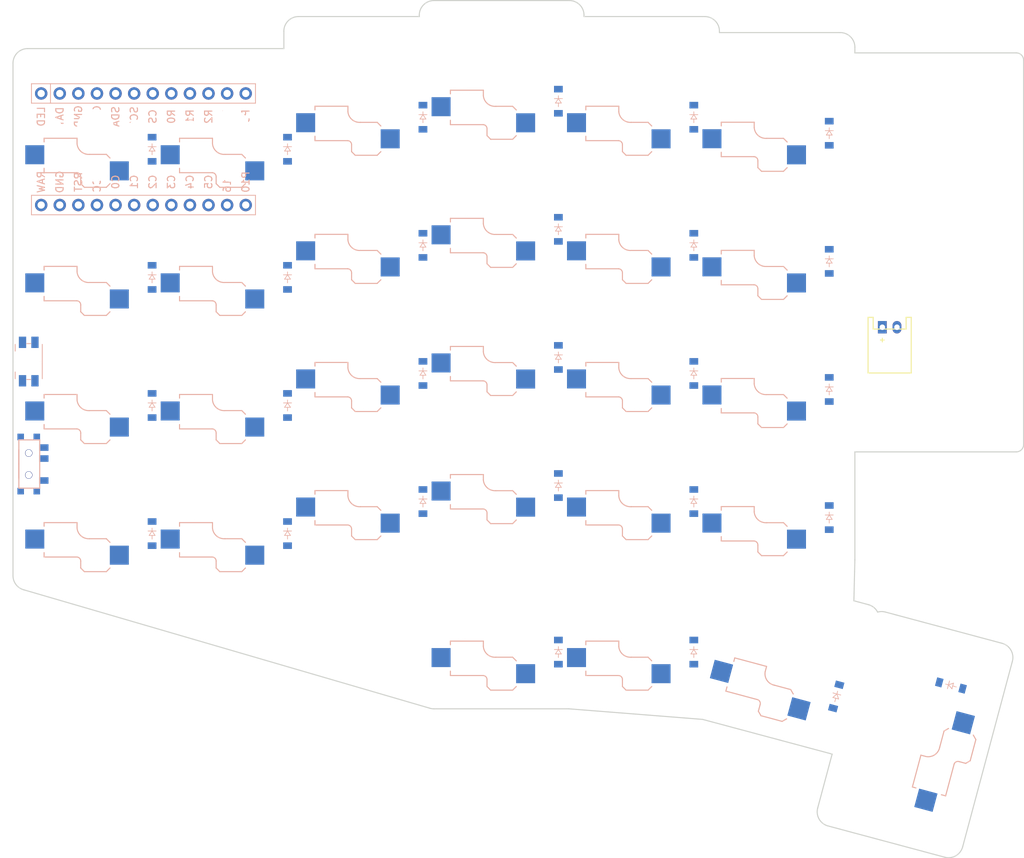
<source format=kicad_pcb>
(kicad_pcb (version 20240108) (generator "ergogen") (generator_version "4.1.0")
  (title_block (title "souffle_left") (date "2025-02-14") (rev "0.1") (company "Felipe Coury"))
  (layers (0 "F.Cu" signal) (31 "B.Cu" signal) (34 "B.Paste" user) (35 "F.Paste" user) (36 "B.SilkS" user "B.Silkscreen") (37 "F.SilkS" user "F.Silkscreen") (38 "B.Mask" user) (39 "F.Mask" user) (44 "Edge.Cuts" user))
  (net 0 "")
  (net 1 "C0")
  (net 2 "outer_bottom")
  (net 3 "GND")
  (net 4 "D1")
  (net 5 "D2")
  (net 6 "outer_home")
  (net 7 "outer_top")
  (net 8 "outer_number")
  (net 9 "C1")
  (net 10 "pinky_bottom")
  (net 11 "pinky_home")
  (net 12 "pinky_top")
  (net 13 "pinky_number")
  (net 14 "C2")
  (net 15 "ring_bottom")
  (net 16 "ring_home")
  (net 17 "ring_top")
  (net 18 "ring_number")
  (net 19 "C3")
  (net 20 "middle_bottom")
  (net 21 "middle_home")
  (net 22 "middle_top")
  (net 23 "middle_number")
  (net 24 "C4")
  (net 25 "index_bottom")
  (net 26 "index_home")
  (net 27 "index_top")
  (net 28 "index_number")
  (net 29 "C5")
  (net 30 "inner_bottom")
  (net 31 "inner_home")
  (net 32 "inner_top")
  (net 33 "inner_number")
  (net 34 "inward_home")
  (net 35 "outward_home")
  (net 36 "small_thumbkey_home")
  (net 37 "thumbkey_home")
  (net 38 "R3")
  (net 39 "R2")
  (net 40 "R1")
  (net 41 "R0")
  (net 42 "R4")
  (net 43 "pos")
  (net 44 "RST")
  (net 45 "RAW")
  (net 46 "VCC")
  (net 47 "P16")
  (net 48 "P10")
  (net 49 "LED")
  (net 50 "DAT")
  (net 51 "SDA")
  (net 52 "SCL")
  (net 53 "CS")
  (net 54 "P9")
  (net 55 "P101")
  (net 56 "P102")
  (net 57 "P107")
  (net 58 "MCU1_24")
  (net 59 "MCU1_1")
  (net 60 "MCU1_23")
  (net 61 "MCU1_2")
  (net 62 "MCU1_22")
  (net 63 "MCU1_3")
  (net 64 "MCU1_21")
  (net 65 "MCU1_4")
  (net 66 "MCU1_20")
  (net 67 "MCU1_5")
  (net 68 "MCU1_19")
  (net 69 "MCU1_6")
  (net 70 "MCU1_18")
  (net 71 "MCU1_7")
  (net 72 "MCU1_17")
  (net 73 "MCU1_8")
  (net 74 "MCU1_16")
  (net 75 "MCU1_9")
  (net 76 "MCU1_15")
  (net 77 "MCU1_10")
  (net 78 "MCU1_14")
  (net 79 "MCU1_11")
  (net 80 "MCU1_13")
  (net 81 "MCU1_12")
  (footprint "ceoloide:switch_choc_v1_v2" (layer "B.Cu") (at 100 100 180)
    (property "Reference" "S1" hide)
    (pad "" np_thru_hole circle (at 0 0 180) (size 5 5) (drill 5) (layers "*.Cu" "*.Mask"))
    (pad "" np_thru_hole circle (at 5.5 0 180) (size 1.9 1.9) (drill 1.9) (layers "*.Cu" "*.Mask"))
    (pad "" np_thru_hole circle (at -5.5 0 180) (size 1.9 1.9) (drill 1.9) (layers "*.Cu" "*.Mask"))
    (pad "" np_thru_hole circle (at 0 -5.95 180) (size 3 3) (drill 3) (layers "*.Cu" "*.Mask"))
    (pad "1" smd rect (at -3.275 -5.95 180) (size 2.6 2.6) (layers "B.Cu" "B.Paste" "B.Mask") (net 1 "C0"))
    (pad "2" smd rect (at 8.275 -3.75 180) (size 2.6 2.6) (layers "B.Cu" "B.Paste" "B.Mask") (net 2 "outer_bottom"))
    (pad "" np_thru_hole circle (at 5 -3.75 375) (size 3 3) (drill 3) (layers "*.Cu" "*.Mask"))
  )
  (footprint "ceoloide:switch_choc_v1_v2" (layer "B.Cu") (at 100 82.5 180)
    (property "Reference" "S2" hide)
    (pad "" np_thru_hole circle (at 0 0 180) (size 5 5) (drill 5) (layers "*.Cu" "*.Mask"))
    (pad "" np_thru_hole circle (at 5.5 0 180) (size 1.9 1.9) (drill 1.9) (layers "*.Cu" "*.Mask"))
    (pad "" np_thru_hole circle (at -5.5 0 180) (size 1.9 1.9) (drill 1.9) (layers "*.Cu" "*.Mask"))
    (pad "" np_thru_hole circle (at 0 -5.95 180) (size 3 3) (drill 3) (layers "*.Cu" "*.Mask"))
    (pad "1" smd rect (at -3.275 -5.95 180) (size 2.6 2.6) (layers "B.Cu" "B.Paste" "B.Mask") (net 1 "C0"))
    (pad "2" smd rect (at 8.275 -3.75 180) (size 2.6 2.6) (layers "B.Cu" "B.Paste" "B.Mask") (net 6 "outer_home"))
    (pad "" np_thru_hole circle (at 5 -3.75 375) (size 3 3) (drill 3) (layers "*.Cu" "*.Mask"))
  )
  (footprint "ceoloide:switch_choc_v1_v2" (layer "B.Cu") (at 100 65 180)
    (property "Reference" "S3" hide)
    (pad "" np_thru_hole circle (at 0 0 180) (size 5 5) (drill 5) (layers "*.Cu" "*.Mask"))
    (pad "" np_thru_hole circle (at 5.5 0 180) (size 1.9 1.9) (drill 1.9) (layers "*.Cu" "*.Mask"))
    (pad "" np_thru_hole circle (at -5.5 0 180) (size 1.9 1.9) (drill 1.9) (layers "*.Cu" "*.Mask"))
    (pad "" np_thru_hole circle (at 0 -5.95 180) (size 3 3) (drill 3) (layers "*.Cu" "*.Mask"))
    (pad "1" smd rect (at -3.275 -5.95 180) (size 2.6 2.6) (layers "B.Cu" "B.Paste" "B.Mask") (net 1 "C0"))
    (pad "2" smd rect (at 8.275 -3.75 180) (size 2.6 2.6) (layers "B.Cu" "B.Paste" "B.Mask") (net 7 "outer_top"))
    (pad "" np_thru_hole circle (at 5 -3.75 375) (size 3 3) (drill 3) (layers "*.Cu" "*.Mask"))
  )
  (footprint "ceoloide:switch_choc_v1_v2" (layer "B.Cu") (at 100 47.5 180)
    (property "Reference" "S4" hide)
    (pad "" np_thru_hole circle (at 0 0 180) (size 5 5) (drill 5) (layers "*.Cu" "*.Mask"))
    (pad "" np_thru_hole circle (at 5.5 0 180) (size 1.9 1.9) (drill 1.9) (layers "*.Cu" "*.Mask"))
    (pad "" np_thru_hole circle (at -5.5 0 180) (size 1.9 1.9) (drill 1.9) (layers "*.Cu" "*.Mask"))
    (pad "" np_thru_hole circle (at 0 -5.95 180) (size 3 3) (drill 3) (layers "*.Cu" "*.Mask"))
    (pad "1" smd rect (at -3.275 -5.95 180) (size 2.6 2.6) (layers "B.Cu" "B.Paste" "B.Mask") (net 1 "C0"))
    (pad "2" smd rect (at 8.275 -3.75 180) (size 2.6 2.6) (layers "B.Cu" "B.Paste" "B.Mask") (net 8 "outer_number"))
    (pad "" np_thru_hole circle (at 5 -3.75 375) (size 3 3) (drill 3) (layers "*.Cu" "*.Mask"))
  )
  (footprint "ceoloide:switch_choc_v1_v2" (layer "B.Cu") (at 118.5 100 180)
    (property "Reference" "S5" hide)
    (pad "" np_thru_hole circle (at 0 0 180) (size 5 5) (drill 5) (layers "*.Cu" "*.Mask"))
    (pad "" np_thru_hole circle (at 5.5 0 180) (size 1.9 1.9) (drill 1.9) (layers "*.Cu" "*.Mask"))
    (pad "" np_thru_hole circle (at -5.5 0 180) (size 1.9 1.9) (drill 1.9) (layers "*.Cu" "*.Mask"))
    (pad "" np_thru_hole circle (at 0 -5.95 180) (size 3 3) (drill 3) (layers "*.Cu" "*.Mask"))
    (pad "1" smd rect (at -3.275 -5.95 180) (size 2.6 2.6) (layers "B.Cu" "B.Paste" "B.Mask") (net 9 "C1"))
    (pad "2" smd rect (at 8.275 -3.75 180) (size 2.6 2.6) (layers "B.Cu" "B.Paste" "B.Mask") (net 10 "pinky_bottom"))
    (pad "" np_thru_hole circle (at 5 -3.75 375) (size 3 3) (drill 3) (layers "*.Cu" "*.Mask"))
  )
  (footprint "ceoloide:switch_choc_v1_v2" (layer "B.Cu") (at 118.5 82.5 180)
    (property "Reference" "S6" hide)
    (pad "" np_thru_hole circle (at 0 0 180) (size 5 5) (drill 5) (layers "*.Cu" "*.Mask"))
    (pad "" np_thru_hole circle (at 5.5 0 180) (size 1.9 1.9) (drill 1.9) (layers "*.Cu" "*.Mask"))
    (pad "" np_thru_hole circle (at -5.5 0 180) (size 1.9 1.9) (drill 1.9) (layers "*.Cu" "*.Mask"))
    (pad "" np_thru_hole circle (at 0 -5.95 180) (size 3 3) (drill 3) (layers "*.Cu" "*.Mask"))
    (pad "1" smd rect (at -3.275 -5.95 180) (size 2.6 2.6) (layers "B.Cu" "B.Paste" "B.Mask") (net 9 "C1"))
    (pad "2" smd rect (at 8.275 -3.75 180) (size 2.6 2.6) (layers "B.Cu" "B.Paste" "B.Mask") (net 11 "pinky_home"))
    (pad "" np_thru_hole circle (at 5 -3.75 375) (size 3 3) (drill 3) (layers "*.Cu" "*.Mask"))
  )
  (footprint "ceoloide:switch_choc_v1_v2" (layer "B.Cu") (at 118.5 65 180)
    (property "Reference" "S7" hide)
    (pad "" np_thru_hole circle (at 0 0 180) (size 5 5) (drill 5) (layers "*.Cu" "*.Mask"))
    (pad "" np_thru_hole circle (at 5.5 0 180) (size 1.9 1.9) (drill 1.9) (layers "*.Cu" "*.Mask"))
    (pad "" np_thru_hole circle (at -5.5 0 180) (size 1.9 1.9) (drill 1.9) (layers "*.Cu" "*.Mask"))
    (pad "" np_thru_hole circle (at 0 -5.95 180) (size 3 3) (drill 3) (layers "*.Cu" "*.Mask"))
    (pad "1" smd rect (at -3.275 -5.95 180) (size 2.6 2.6) (layers "B.Cu" "B.Paste" "B.Mask") (net 9 "C1"))
    (pad "2" smd rect (at 8.275 -3.75 180) (size 2.6 2.6) (layers "B.Cu" "B.Paste" "B.Mask") (net 12 "pinky_top"))
    (pad "" np_thru_hole circle (at 5 -3.75 375) (size 3 3) (drill 3) (layers "*.Cu" "*.Mask"))
  )
  (footprint "ceoloide:switch_choc_v1_v2" (layer "B.Cu") (at 118.5 47.5 180)
    (property "Reference" "S8" hide)
    (pad "" np_thru_hole circle (at 0 0 180) (size 5 5) (drill 5) (layers "*.Cu" "*.Mask"))
    (pad "" np_thru_hole circle (at 5.5 0 180) (size 1.9 1.9) (drill 1.9) (layers "*.Cu" "*.Mask"))
    (pad "" np_thru_hole circle (at -5.5 0 180) (size 1.9 1.9) (drill 1.9) (layers "*.Cu" "*.Mask"))
    (pad "" np_thru_hole circle (at 0 -5.95 180) (size 3 3) (drill 3) (layers "*.Cu" "*.Mask"))
    (pad "1" smd rect (at -3.275 -5.95 180) (size 2.6 2.6) (layers "B.Cu" "B.Paste" "B.Mask") (net 9 "C1"))
    (pad "2" smd rect (at 8.275 -3.75 180) (size 2.6 2.6) (layers "B.Cu" "B.Paste" "B.Mask") (net 13 "pinky_number"))
    (pad "" np_thru_hole circle (at 5 -3.75 375) (size 3 3) (drill 3) (layers "*.Cu" "*.Mask"))
  )
  (footprint "ceoloide:switch_choc_v1_v2" (layer "B.Cu") (at 137 95.625 180)
    (property "Reference" "S9" hide)
    (pad "" np_thru_hole circle (at 0 0 180) (size 5 5) (drill 5) (layers "*.Cu" "*.Mask"))
    (pad "" np_thru_hole circle (at 5.5 0 180) (size 1.9 1.9) (drill 1.9) (layers "*.Cu" "*.Mask"))
    (pad "" np_thru_hole circle (at -5.5 0 180) (size 1.9 1.9) (drill 1.9) (layers "*.Cu" "*.Mask"))
    (pad "" np_thru_hole circle (at 0 -5.95 180) (size 3 3) (drill 3) (layers "*.Cu" "*.Mask"))
    (pad "1" smd rect (at -3.275 -5.95 180) (size 2.6 2.6) (layers "B.Cu" "B.Paste" "B.Mask") (net 14 "C2"))
    (pad "2" smd rect (at 8.275 -3.75 180) (size 2.6 2.6) (layers "B.Cu" "B.Paste" "B.Mask") (net 15 "ring_bottom"))
    (pad "" np_thru_hole circle (at 5 -3.75 375) (size 3 3) (drill 3) (layers "*.Cu" "*.Mask"))
  )
  (footprint "ceoloide:switch_choc_v1_v2" (layer "B.Cu") (at 137 78.125 180)
    (property "Reference" "S10" hide)
    (pad "" np_thru_hole circle (at 0 0 180) (size 5 5) (drill 5) (layers "*.Cu" "*.Mask"))
    (pad "" np_thru_hole circle (at 5.5 0 180) (size 1.9 1.9) (drill 1.9) (layers "*.Cu" "*.Mask"))
    (pad "" np_thru_hole circle (at -5.5 0 180) (size 1.9 1.9) (drill 1.9) (layers "*.Cu" "*.Mask"))
    (pad "" np_thru_hole circle (at 0 -5.95 180) (size 3 3) (drill 3) (layers "*.Cu" "*.Mask"))
    (pad "1" smd rect (at -3.275 -5.95 180) (size 2.6 2.6) (layers "B.Cu" "B.Paste" "B.Mask") (net 14 "C2"))
    (pad "2" smd rect (at 8.275 -3.75 180) (size 2.6 2.6) (layers "B.Cu" "B.Paste" "B.Mask") (net 16 "ring_home"))
    (pad "" np_thru_hole circle (at 5 -3.75 375) (size 3 3) (drill 3) (layers "*.Cu" "*.Mask"))
  )
  (footprint "ceoloide:switch_choc_v1_v2" (layer "B.Cu") (at 137 60.625 180)
    (property "Reference" "S11" hide)
    (pad "" np_thru_hole circle (at 0 0 180) (size 5 5) (drill 5) (layers "*.Cu" "*.Mask"))
    (pad "" np_thru_hole circle (at 5.5 0 180) (size 1.9 1.9) (drill 1.9) (layers "*.Cu" "*.Mask"))
    (pad "" np_thru_hole circle (at -5.5 0 180) (size 1.9 1.9) (drill 1.9) (layers "*.Cu" "*.Mask"))
    (pad "" np_thru_hole circle (at 0 -5.95 180) (size 3 3) (drill 3) (layers "*.Cu" "*.Mask"))
    (pad "1" smd rect (at -3.275 -5.95 180) (size 2.6 2.6) (layers "B.Cu" "B.Paste" "B.Mask") (net 14 "C2"))
    (pad "2" smd rect (at 8.275 -3.75 180) (size 2.6 2.6) (layers "B.Cu" "B.Paste" "B.Mask") (net 17 "ring_top"))
    (pad "" np_thru_hole circle (at 5 -3.75 375) (size 3 3) (drill 3) (layers "*.Cu" "*.Mask"))
  )
  (footprint "ceoloide:switch_choc_v1_v2" (layer "B.Cu") (at 137 43.125 180)
    (property "Reference" "S12" hide)
    (pad "" np_thru_hole circle (at 0 0 180) (size 5 5) (drill 5) (layers "*.Cu" "*.Mask"))
    (pad "" np_thru_hole circle (at 5.5 0 180) (size 1.9 1.9) (drill 1.9) (layers "*.Cu" "*.Mask"))
    (pad "" np_thru_hole circle (at -5.5 0 180) (size 1.9 1.9) (drill 1.9) (layers "*.Cu" "*.Mask"))
    (pad "" np_thru_hole circle (at 0 -5.95 180) (size 3 3) (drill 3) (layers "*.Cu" "*.Mask"))
    (pad "1" smd rect (at -3.275 -5.95 180) (size 2.6 2.6) (layers "B.Cu" "B.Paste" "B.Mask") (net 14 "C2"))
    (pad "2" smd rect (at 8.275 -3.75 180) (size 2.6 2.6) (layers "B.Cu" "B.Paste" "B.Mask") (net 18 "ring_number"))
    (pad "" np_thru_hole circle (at 5 -3.75 375) (size 3 3) (drill 3) (layers "*.Cu" "*.Mask"))
  )
  (footprint "ceoloide:switch_choc_v1_v2" (layer "B.Cu") (at 155.5 93.4375 180)
    (property "Reference" "S13" hide)
    (pad "" np_thru_hole circle (at 0 0 180) (size 5 5) (drill 5) (layers "*.Cu" "*.Mask"))
    (pad "" np_thru_hole circle (at 5.5 0 180) (size 1.9 1.9) (drill 1.9) (layers "*.Cu" "*.Mask"))
    (pad "" np_thru_hole circle (at -5.5 0 180) (size 1.9 1.9) (drill 1.9) (layers "*.Cu" "*.Mask"))
    (pad "" np_thru_hole circle (at 0 -5.95 180) (size 3 3) (drill 3) (layers "*.Cu" "*.Mask"))
    (pad "1" smd rect (at -3.275 -5.95 180) (size 2.6 2.6) (layers "B.Cu" "B.Paste" "B.Mask") (net 19 "C3"))
    (pad "2" smd rect (at 8.275 -3.75 180) (size 2.6 2.6) (layers "B.Cu" "B.Paste" "B.Mask") (net 20 "middle_bottom"))
    (pad "" np_thru_hole circle (at 5 -3.75 375) (size 3 3) (drill 3) (layers "*.Cu" "*.Mask"))
  )
  (footprint "ceoloide:switch_choc_v1_v2" (layer "B.Cu") (at 155.5 75.9375 180)
    (property "Reference" "S14" hide)
    (pad "" np_thru_hole circle (at 0 0 180) (size 5 5) (drill 5) (layers "*.Cu" "*.Mask"))
    (pad "" np_thru_hole circle (at 5.5 0 180) (size 1.9 1.9) (drill 1.9) (layers "*.Cu" "*.Mask"))
    (pad "" np_thru_hole circle (at -5.5 0 180) (size 1.9 1.9) (drill 1.9) (layers "*.Cu" "*.Mask"))
    (pad "" np_thru_hole circle (at 0 -5.95 180) (size 3 3) (drill 3) (layers "*.Cu" "*.Mask"))
    (pad "1" smd rect (at -3.275 -5.95 180) (size 2.6 2.6) (layers "B.Cu" "B.Paste" "B.Mask") (net 19 "C3"))
    (pad "2" smd rect (at 8.275 -3.75 180) (size 2.6 2.6) (layers "B.Cu" "B.Paste" "B.Mask") (net 21 "middle_home"))
    (pad "" np_thru_hole circle (at 5 -3.75 375) (size 3 3) (drill 3) (layers "*.Cu" "*.Mask"))
  )
  (footprint "ceoloide:switch_choc_v1_v2" (layer "B.Cu") (at 155.5 58.4375 180)
    (property "Reference" "S15" hide)
    (pad "" np_thru_hole circle (at 0 0 180) (size 5 5) (drill 5) (layers "*.Cu" "*.Mask"))
    (pad "" np_thru_hole circle (at 5.5 0 180) (size 1.9 1.9) (drill 1.9) (layers "*.Cu" "*.Mask"))
    (pad "" np_thru_hole circle (at -5.5 0 180) (size 1.9 1.9) (drill 1.9) (layers "*.Cu" "*.Mask"))
    (pad "" np_thru_hole circle (at 0 -5.95 180) (size 3 3) (drill 3) (layers "*.Cu" "*.Mask"))
    (pad "1" smd rect (at -3.275 -5.95 180) (size 2.6 2.6) (layers "B.Cu" "B.Paste" "B.Mask") (net 19 "C3"))
    (pad "2" smd rect (at 8.275 -3.75 180) (size 2.6 2.6) (layers "B.Cu" "B.Paste" "B.Mask") (net 22 "middle_top"))
    (pad "" np_thru_hole circle (at 5 -3.75 375) (size 3 3) (drill 3) (layers "*.Cu" "*.Mask"))
  )
  (footprint "ceoloide:switch_choc_v1_v2" (layer "B.Cu") (at 155.5 40.9375 180)
    (property "Reference" "S16" hide)
    (pad "" np_thru_hole circle (at 0 0 180) (size 5 5) (drill 5) (layers "*.Cu" "*.Mask"))
    (pad "" np_thru_hole circle (at 5.5 0 180) (size 1.9 1.9) (drill 1.9) (layers "*.Cu" "*.Mask"))
    (pad "" np_thru_hole circle (at -5.5 0 180) (size 1.9 1.9) (drill 1.9) (layers "*.Cu" "*.Mask"))
    (pad "" np_thru_hole circle (at 0 -5.95 180) (size 3 3) (drill 3) (layers "*.Cu" "*.Mask"))
    (pad "1" smd rect (at -3.275 -5.95 180) (size 2.6 2.6) (layers "B.Cu" "B.Paste" "B.Mask") (net 19 "C3"))
    (pad "2" smd rect (at 8.275 -3.75 180) (size 2.6 2.6) (layers "B.Cu" "B.Paste" "B.Mask") (net 23 "middle_number"))
    (pad "" np_thru_hole circle (at 5 -3.75 375) (size 3 3) (drill 3) (layers "*.Cu" "*.Mask"))
  )
  (footprint "ceoloide:switch_choc_v1_v2" (layer "B.Cu") (at 174 95.625 180)
    (property "Reference" "S17" hide)
    (pad "" np_thru_hole circle (at 0 0 180) (size 5 5) (drill 5) (layers "*.Cu" "*.Mask"))
    (pad "" np_thru_hole circle (at 5.5 0 180) (size 1.9 1.9) (drill 1.9) (layers "*.Cu" "*.Mask"))
    (pad "" np_thru_hole circle (at -5.5 0 180) (size 1.9 1.9) (drill 1.9) (layers "*.Cu" "*.Mask"))
    (pad "" np_thru_hole circle (at 0 -5.95 180) (size 3 3) (drill 3) (layers "*.Cu" "*.Mask"))
    (pad "1" smd rect (at -3.275 -5.95 180) (size 2.6 2.6) (layers "B.Cu" "B.Paste" "B.Mask") (net 24 "C4"))
    (pad "2" smd rect (at 8.275 -3.75 180) (size 2.6 2.6) (layers "B.Cu" "B.Paste" "B.Mask") (net 25 "index_bottom"))
    (pad "" np_thru_hole circle (at 5 -3.75 375) (size 3 3) (drill 3) (layers "*.Cu" "*.Mask"))
  )
  (footprint "ceoloide:switch_choc_v1_v2" (layer "B.Cu") (at 174 78.125 180)
    (property "Reference" "S18" hide)
    (pad "" np_thru_hole circle (at 0 0 180) (size 5 5) (drill 5) (layers "*.Cu" "*.Mask"))
    (pad "" np_thru_hole circle (at 5.5 0 180) (size 1.9 1.9) (drill 1.9) (layers "*.Cu" "*.Mask"))
    (pad "" np_thru_hole circle (at -5.5 0 180) (size 1.9 1.9) (drill 1.9) (layers "*.Cu" "*.Mask"))
    (pad "" np_thru_hole circle (at 0 -5.95 180) (size 3 3) (drill 3) (layers "*.Cu" "*.Mask"))
    (pad "1" smd rect (at -3.275 -5.95 180) (size 2.6 2.6) (layers "B.Cu" "B.Paste" "B.Mask") (net 24 "C4"))
    (pad "2" smd rect (at 8.275 -3.75 180) (size 2.6 2.6) (layers "B.Cu" "B.Paste" "B.Mask") (net 26 "index_home"))
    (pad "" np_thru_hole circle (at 5 -3.75 375) (size 3 3) (drill 3) (layers "*.Cu" "*.Mask"))
  )
  (footprint "ceoloide:switch_choc_v1_v2" (layer "B.Cu") (at 174 60.625 180)
    (property "Reference" "S19" hide)
    (pad "" np_thru_hole circle (at 0 0 180) (size 5 5) (drill 5) (layers "*.Cu" "*.Mask"))
    (pad "" np_thru_hole circle (at 5.5 0 180) (size 1.9 1.9) (drill 1.9) (layers "*.Cu" "*.Mask"))
    (pad "" np_thru_hole circle (at -5.5 0 180) (size 1.9 1.9) (drill 1.9) (layers "*.Cu" "*.Mask"))
    (pad "" np_thru_hole circle (at 0 -5.95 180) (size 3 3) (drill 3) (layers "*.Cu" "*.Mask"))
    (pad "1" smd rect (at -3.275 -5.95 180) (size 2.6 2.6) (layers "B.Cu" "B.Paste" "B.Mask") (net 24 "C4"))
    (pad "2" smd rect (at 8.275 -3.75 180) (size 2.6 2.6) (layers "B.Cu" "B.Paste" "B.Mask") (net 27 "index_top"))
    (pad "" np_thru_hole circle (at 5 -3.75 375) (size 3 3) (drill 3) (layers "*.Cu" "*.Mask"))
  )
  (footprint "ceoloide:switch_choc_v1_v2" (layer "B.Cu") (at 174 43.125 180)
    (property "Reference" "S20" hide)
    (pad "" np_thru_hole circle (at 0 0 180) (size 5 5) (drill 5) (layers "*.Cu" "*.Mask"))
    (pad "" np_thru_hole circle (at 5.5 0 180) (size 1.9 1.9) (drill 1.9) (layers "*.Cu" "*.Mask"))
    (pad "" np_thru_hole circle (at -5.5 0 180) (size 1.9 1.9) (drill 1.9) (layers "*.Cu" "*.Mask"))
    (pad "" np_thru_hole circle (at 0 -5.95 180) (size 3 3) (drill 3) (layers "*.Cu" "*.Mask"))
    (pad "1" smd rect (at -3.275 -5.95 180) (size 2.6 2.6) (layers "B.Cu" "B.Paste" "B.Mask") (net 24 "C4"))
    (pad "2" smd rect (at 8.275 -3.75 180) (size 2.6 2.6) (layers "B.Cu" "B.Paste" "B.Mask") (net 28 "index_number"))
    (pad "" np_thru_hole circle (at 5 -3.75 375) (size 3 3) (drill 3) (layers "*.Cu" "*.Mask"))
  )
  (footprint "ceoloide:switch_choc_v1_v2" (layer "B.Cu") (at 192.5 97.8125 180)
    (property "Reference" "S21" hide)
    (pad "" np_thru_hole circle (at 0 0 180) (size 5 5) (drill 5) (layers "*.Cu" "*.Mask"))
    (pad "" np_thru_hole circle (at 5.5 0 180) (size 1.9 1.9) (drill 1.9) (layers "*.Cu" "*.Mask"))
    (pad "" np_thru_hole circle (at -5.5 0 180) (size 1.9 1.9) (drill 1.9) (layers "*.Cu" "*.Mask"))
    (pad "" np_thru_hole circle (at 0 -5.95 180) (size 3 3) (drill 3) (layers "*.Cu" "*.Mask"))
    (pad "1" smd rect (at -3.275 -5.95 180) (size 2.6 2.6) (layers "B.Cu" "B.Paste" "B.Mask") (net 29 "C5"))
    (pad "2" smd rect (at 8.275 -3.75 180) (size 2.6 2.6) (layers "B.Cu" "B.Paste" "B.Mask") (net 30 "inner_bottom"))
    (pad "" np_thru_hole circle (at 5 -3.75 375) (size 3 3) (drill 3) (layers "*.Cu" "*.Mask"))
  )
  (footprint "ceoloide:switch_choc_v1_v2" (layer "B.Cu") (at 192.5 80.3125 180)
    (property "Reference" "S22" hide)
    (pad "" np_thru_hole circle (at 0 0 180) (size 5 5) (drill 5) (layers "*.Cu" "*.Mask"))
    (pad "" np_thru_hole circle (at 5.5 0 180) (size 1.9 1.9) (drill 1.9) (layers "*.Cu" "*.Mask"))
    (pad "" np_thru_hole circle (at -5.5 0 180) (size 1.9 1.9) (drill 1.9) (layers "*.Cu" "*.Mask"))
    (pad "" np_thru_hole circle (at 0 -5.95 180) (size 3 3) (drill 3) (layers "*.Cu" "*.Mask"))
    (pad "1" smd rect (at -3.275 -5.95 180) (size 2.6 2.6) (layers "B.Cu" "B.Paste" "B.Mask") (net 29 "C5"))
    (pad "2" smd rect (at 8.275 -3.75 180) (size 2.6 2.6) (layers "B.Cu" "B.Paste" "B.Mask") (net 31 "inner_home"))
    (pad "" np_thru_hole circle (at 5 -3.75 375) (size 3 3) (drill 3) (layers "*.Cu" "*.Mask"))
  )
  (footprint "ceoloide:switch_choc_v1_v2" (layer "B.Cu") (at 192.5 62.8125 180)
    (property "Reference" "S23" hide)
    (pad "" np_thru_hole circle (at 0 0 180) (size 5 5) (drill 5) (layers "*.Cu" "*.Mask"))
    (pad "" np_thru_hole circle (at 5.5 0 180) (size 1.9 1.9) (drill 1.9) (layers "*.Cu" "*.Mask"))
    (pad "" np_thru_hole circle (at -5.5 0 180) (size 1.9 1.9) (drill 1.9) (layers "*.Cu" "*.Mask"))
    (pad "" np_thru_hole circle (at 0 -5.95 180) (size 3 3) (drill 3) (layers "*.Cu" "*.Mask"))
    (pad "1" smd rect (at -3.275 -5.95 180) (size 2.6 2.6) (layers "B.Cu" "B.Paste" "B.Mask") (net 29 "C5"))
    (pad "2" smd rect (at 8.275 -3.75 180) (size 2.6 2.6) (layers "B.Cu" "B.Paste" "B.Mask") (net 32 "inner_top"))
    (pad "" np_thru_hole circle (at 5 -3.75 375) (size 3 3) (drill 3) (layers "*.Cu" "*.Mask"))
  )
  (footprint "ceoloide:switch_choc_v1_v2" (layer "B.Cu") (at 192.5 45.3125 180)
    (property "Reference" "S24" hide)
    (pad "" np_thru_hole circle (at 0 0 180) (size 5 5) (drill 5) (layers "*.Cu" "*.Mask"))
    (pad "" np_thru_hole circle (at 5.5 0 180) (size 1.9 1.9) (drill 1.9) (layers "*.Cu" "*.Mask"))
    (pad "" np_thru_hole circle (at -5.5 0 180) (size 1.9 1.9) (drill 1.9) (layers "*.Cu" "*.Mask"))
    (pad "" np_thru_hole circle (at 0 -5.95 180) (size 3 3) (drill 3) (layers "*.Cu" "*.Mask"))
    (pad "1" smd rect (at -3.275 -5.95 180) (size 2.6 2.6) (layers "B.Cu" "B.Paste" "B.Mask") (net 29 "C5"))
    (pad "2" smd rect (at 8.275 -3.75 180) (size 2.6 2.6) (layers "B.Cu" "B.Paste" "B.Mask") (net 33 "inner_number"))
    (pad "" np_thru_hole circle (at 5 -3.75 375) (size 3 3) (drill 3) (layers "*.Cu" "*.Mask"))
  )
  (footprint "ceoloide:switch_choc_v1_v2" (layer "B.Cu") (at 155.5 116.1875 180)
    (property "Reference" "S25" hide)
    (pad "" np_thru_hole circle (at 0 0 180) (size 5 5) (drill 5) (layers "*.Cu" "*.Mask"))
    (pad "" np_thru_hole circle (at 5.5 0 180) (size 1.9 1.9) (drill 1.9) (layers "*.Cu" "*.Mask"))
    (pad "" np_thru_hole circle (at -5.5 0 180) (size 1.9 1.9) (drill 1.9) (layers "*.Cu" "*.Mask"))
    (pad "" np_thru_hole circle (at 0 -5.95 180) (size 3 3) (drill 3) (layers "*.Cu" "*.Mask"))
    (pad "1" smd rect (at -3.275 -5.95 180) (size 2.6 2.6) (layers "B.Cu" "B.Paste" "B.Mask") (net 14 "C2"))
    (pad "2" smd rect (at 8.275 -3.75 180) (size 2.6 2.6) (layers "B.Cu" "B.Paste" "B.Mask") (net 34 "inward_home"))
    (pad "" np_thru_hole circle (at 5 -3.75 375) (size 3 3) (drill 3) (layers "*.Cu" "*.Mask"))
  )
  (footprint "ceoloide:switch_choc_v1_v2" (layer "B.Cu") (at 174 116.1875 180)
    (property "Reference" "S26" hide)
    (pad "" np_thru_hole circle (at 0 0 180) (size 5 5) (drill 5) (layers "*.Cu" "*.Mask"))
    (pad "" np_thru_hole circle (at 5.5 0 180) (size 1.9 1.9) (drill 1.9) (layers "*.Cu" "*.Mask"))
    (pad "" np_thru_hole circle (at -5.5 0 180) (size 1.9 1.9) (drill 1.9) (layers "*.Cu" "*.Mask"))
    (pad "" np_thru_hole circle (at 0 -5.95 180) (size 3 3) (drill 3) (layers "*.Cu" "*.Mask"))
    (pad "1" smd rect (at -3.275 -5.95 180) (size 2.6 2.6) (layers "B.Cu" "B.Paste" "B.Mask") (net 19 "C3"))
    (pad "2" smd rect (at 8.275 -3.75 180) (size 2.6 2.6) (layers "B.Cu" "B.Paste" "B.Mask") (net 35 "outward_home"))
    (pad "" np_thru_hole circle (at 5 -3.75 375) (size 3 3) (drill 3) (layers "*.Cu" "*.Mask"))
  )
  (footprint "ceoloide:switch_choc_v1_v2" (layer "B.Cu") (at 194.4919108 120.3446975 165)
    (property "Reference" "S27" hide)
    (pad "" np_thru_hole circle (at 0 0 165) (size 5 5) (drill 5) (layers "*.Cu" "*.Mask"))
    (pad "" np_thru_hole circle (at 5.5 0 165) (size 1.9 1.9) (drill 1.9) (layers "*.Cu" "*.Mask"))
    (pad "" np_thru_hole circle (at -5.5 0 165) (size 1.9 1.9) (drill 1.9) (layers "*.Cu" "*.Mask"))
    (pad "" np_thru_hole circle (at 0 -5.95 165) (size 3 3) (drill 3) (layers "*.Cu" "*.Mask"))
    (pad "1" smd rect (at -3.275 -5.95 165) (size 2.6 2.6) (layers "B.Cu" "B.Paste" "B.Mask") (net 24 "C4"))
    (pad "2" smd rect (at 8.275 -3.75 165) (size 2.6 2.6) (layers "B.Cu" "B.Paste" "B.Mask") (net 36 "small_thumbkey_home"))
    (pad "" np_thru_hole circle (at 5 -3.75 360) (size 3 3) (drill 3) (layers "*.Cu" "*.Mask"))
  )
  (footprint "ceoloide:switch_choc_v1_v2" (layer "B.Cu") (at 211.9686645 130.4627795 255)
    (property "Reference" "S28" hide)
    (pad "" np_thru_hole circle (at 0 0 255) (size 5 5) (drill 5) (layers "*.Cu" "*.Mask"))
    (pad "" np_thru_hole circle (at 5.5 0 255) (size 1.9 1.9) (drill 1.9) (layers "*.Cu" "*.Mask"))
    (pad "" np_thru_hole circle (at -5.5 0 255) (size 1.9 1.9) (drill 1.9) (layers "*.Cu" "*.Mask"))
    (pad "" np_thru_hole circle (at 0 -5.95 255) (size 3 3) (drill 3) (layers "*.Cu" "*.Mask"))
    (pad "1" smd rect (at -3.275 -5.95 255) (size 2.6 2.6) (layers "B.Cu" "B.Paste" "B.Mask") (net 29 "C5"))
    (pad "2" smd rect (at 8.275 -3.75 255) (size 2.6 2.6) (layers "B.Cu" "B.Paste" "B.Mask") (net 37 "thumbkey_home"))
    (pad "" np_thru_hole circle (at 5 -3.75 450) (size 3 3) (drill 3) (layers "*.Cu" "*.Mask"))
  )
  (footprint "ceoloide:diode_tht_sod123" (layer "B.Cu") (at 107.75 103 -90)
    (property "Reference" "D1" hide)
    (pad "2" smd rect (at 1.65 0 -90) (size 0.9 1.2) (layers "B.Cu" "B.Paste" "B.Mask") (net 2 "outer_bottom"))
    (pad "1" smd rect (at -1.65 0 -90) (size 0.9 1.2) (layers "B.Cu" "B.Paste" "B.Mask") (net 38 "R3"))
  )
  (footprint "ceoloide:diode_tht_sod123" (layer "B.Cu") (at 107.75 85.5 -90)
    (property "Reference" "D2" hide)
    (pad "2" smd rect (at 1.65 0 -90) (size 0.9 1.2) (layers "B.Cu" "B.Paste" "B.Mask") (net 6 "outer_home"))
    (pad "1" smd rect (at -1.65 0 -90) (size 0.9 1.2) (layers "B.Cu" "B.Paste" "B.Mask") (net 39 "R2"))
  )
  (footprint "ceoloide:diode_tht_sod123" (layer "B.Cu") (at 107.75 68 -90)
    (property "Reference" "D3" hide)
    (pad "2" smd rect (at 1.65 0 -90) (size 0.9 1.2) (layers "B.Cu" "B.Paste" "B.Mask") (net 7 "outer_top"))
    (pad "1" smd rect (at -1.65 0 -90) (size 0.9 1.2) (layers "B.Cu" "B.Paste" "B.Mask") (net 40 "R1"))
  )
  (footprint "ceoloide:diode_tht_sod123" (layer "B.Cu") (at 107.75 50.5 -90)
    (property "Reference" "D4" hide)
    (pad "2" smd rect (at 1.65 0 -90) (size 0.9 1.2) (layers "B.Cu" "B.Paste" "B.Mask") (net 8 "outer_number"))
    (pad "1" smd rect (at -1.65 0 -90) (size 0.9 1.2) (layers "B.Cu" "B.Paste" "B.Mask") (net 41 "R0"))
  )
  (footprint "ceoloide:diode_tht_sod123" (layer "B.Cu") (at 126.25 103 -90)
    (property "Reference" "D5" hide)
    (pad "2" smd rect (at 1.65 0 -90) (size 0.9 1.2) (layers "B.Cu" "B.Paste" "B.Mask") (net 10 "pinky_bottom"))
    (pad "1" smd rect (at -1.65 0 -90) (size 0.9 1.2) (layers "B.Cu" "B.Paste" "B.Mask") (net 38 "R3"))
  )
  (footprint "ceoloide:diode_tht_sod123" (layer "B.Cu") (at 126.25 85.5 -90)
    (property "Reference" "D6" hide)
    (pad "2" smd rect (at 1.65 0 -90) (size 0.9 1.2) (layers "B.Cu" "B.Paste" "B.Mask") (net 11 "pinky_home"))
    (pad "1" smd rect (at -1.65 0 -90) (size 0.9 1.2) (layers "B.Cu" "B.Paste" "B.Mask") (net 39 "R2"))
  )
  (footprint "ceoloide:diode_tht_sod123" (layer "B.Cu") (at 126.25 68 -90)
    (property "Reference" "D7" hide)
    (pad "2" smd rect (at 1.65 0 -90) (size 0.9 1.2) (layers "B.Cu" "B.Paste" "B.Mask") (net 12 "pinky_top"))
    (pad "1" smd rect (at -1.65 0 -90) (size 0.9 1.2) (layers "B.Cu" "B.Paste" "B.Mask") (net 40 "R1"))
  )
  (footprint "ceoloide:diode_tht_sod123" (layer "B.Cu") (at 126.25 50.5 -90)
    (property "Reference" "D8" hide)
    (pad "2" smd rect (at 1.65 0 -90) (size 0.9 1.2) (layers "B.Cu" "B.Paste" "B.Mask") (net 13 "pinky_number"))
    (pad "1" smd rect (at -1.65 0 -90) (size 0.9 1.2) (layers "B.Cu" "B.Paste" "B.Mask") (net 41 "R0"))
  )
  (footprint "ceoloide:diode_tht_sod123" (layer "B.Cu") (at 144.75 98.625 -90)
    (property "Reference" "D9" hide)
    (pad "2" smd rect (at 1.65 0 -90) (size 0.9 1.2) (layers "B.Cu" "B.Paste" "B.Mask") (net 15 "ring_bottom"))
    (pad "1" smd rect (at -1.65 0 -90) (size 0.9 1.2) (layers "B.Cu" "B.Paste" "B.Mask") (net 38 "R3"))
  )
  (footprint "ceoloide:diode_tht_sod123" (layer "B.Cu") (at 144.75 81.125 -90)
    (property "Reference" "D10" hide)
    (pad "2" smd rect (at 1.65 0 -90) (size 0.9 1.2) (layers "B.Cu" "B.Paste" "B.Mask") (net 16 "ring_home"))
    (pad "1" smd rect (at -1.65 0 -90) (size 0.9 1.2) (layers "B.Cu" "B.Paste" "B.Mask") (net 39 "R2"))
  )
  (footprint "ceoloide:diode_tht_sod123" (layer "B.Cu") (at 144.75 63.625 -90)
    (property "Reference" "D11" hide)
    (pad "2" smd rect (at 1.65 0 -90) (size 0.9 1.2) (layers "B.Cu" "B.Paste" "B.Mask") (net 17 "ring_top"))
    (pad "1" smd rect (at -1.65 0 -90) (size 0.9 1.2) (layers "B.Cu" "B.Paste" "B.Mask") (net 40 "R1"))
  )
  (footprint "ceoloide:diode_tht_sod123" (layer "B.Cu") (at 144.75 46.125 -90)
    (property "Reference" "D12" hide)
    (pad "2" smd rect (at 1.65 0 -90) (size 0.9 1.2) (layers "B.Cu" "B.Paste" "B.Mask") (net 18 "ring_number"))
    (pad "1" smd rect (at -1.65 0 -90) (size 0.9 1.2) (layers "B.Cu" "B.Paste" "B.Mask") (net 41 "R0"))
  )
  (footprint "ceoloide:diode_tht_sod123" (layer "B.Cu") (at 163.25 96.4375 -90)
    (property "Reference" "D13" hide)
    (pad "2" smd rect (at 1.65 0 -90) (size 0.9 1.2) (layers "B.Cu" "B.Paste" "B.Mask") (net 20 "middle_bottom"))
    (pad "1" smd rect (at -1.65 0 -90) (size 0.9 1.2) (layers "B.Cu" "B.Paste" "B.Mask") (net 38 "R3"))
  )
  (footprint "ceoloide:diode_tht_sod123" (layer "B.Cu") (at 163.25 78.9375 -90)
    (property "Reference" "D14" hide)
    (pad "2" smd rect (at 1.65 0 -90) (size 0.9 1.2) (layers "B.Cu" "B.Paste" "B.Mask") (net 21 "middle_home"))
    (pad "1" smd rect (at -1.65 0 -90) (size 0.9 1.2) (layers "B.Cu" "B.Paste" "B.Mask") (net 39 "R2"))
  )
  (footprint "ceoloide:diode_tht_sod123" (layer "B.Cu") (at 163.25 61.4375 -90)
    (property "Reference" "D15" hide)
    (pad "2" smd rect (at 1.65 0 -90) (size 0.9 1.2) (layers "B.Cu" "B.Paste" "B.Mask") (net 22 "middle_top"))
    (pad "1" smd rect (at -1.65 0 -90) (size 0.9 1.2) (layers "B.Cu" "B.Paste" "B.Mask") (net 40 "R1"))
  )
  (footprint "ceoloide:diode_tht_sod123" (layer "B.Cu") (at 163.25 43.9375 -90)
    (property "Reference" "D16" hide)
    (pad "2" smd rect (at 1.65 0 -90) (size 0.9 1.2) (layers "B.Cu" "B.Paste" "B.Mask") (net 23 "middle_number"))
    (pad "1" smd rect (at -1.65 0 -90) (size 0.9 1.2) (layers "B.Cu" "B.Paste" "B.Mask") (net 41 "R0"))
  )
  (footprint "ceoloide:diode_tht_sod123" (layer "B.Cu") (at 181.75 98.625 -90)
    (property "Reference" "D17" hide)
    (pad "2" smd rect (at 1.65 0 -90) (size 0.9 1.2) (layers "B.Cu" "B.Paste" "B.Mask") (net 25 "index_bottom"))
    (pad "1" smd rect (at -1.65 0 -90) (size 0.9 1.2) (layers "B.Cu" "B.Paste" "B.Mask") (net 38 "R3"))
  )
  (footprint "ceoloide:diode_tht_sod123" (layer "B.Cu") (at 181.75 81.125 -90)
    (property "Reference" "D18" hide)
    (pad "2" smd rect (at 1.65 0 -90) (size 0.9 1.2) (layers "B.Cu" "B.Paste" "B.Mask") (net 26 "index_home"))
    (pad "1" smd rect (at -1.65 0 -90) (size 0.9 1.2) (layers "B.Cu" "B.Paste" "B.Mask") (net 39 "R2"))
  )
  (footprint "ceoloide:diode_tht_sod123" (layer "B.Cu") (at 181.75 63.625 -90)
    (property "Reference" "D19" hide)
    (pad "2" smd rect (at 1.65 0 -90) (size 0.9 1.2) (layers "B.Cu" "B.Paste" "B.Mask") (net 27 "index_top"))
    (pad "1" smd rect (at -1.65 0 -90) (size 0.9 1.2) (layers "B.Cu" "B.Paste" "B.Mask") (net 40 "R1"))
  )
  (footprint "ceoloide:diode_tht_sod123" (layer "B.Cu") (at 181.75 46.125 -90)
    (property "Reference" "D20" hide)
    (pad "2" smd rect (at 1.65 0 -90) (size 0.9 1.2) (layers "B.Cu" "B.Paste" "B.Mask") (net 28 "index_number"))
    (pad "1" smd rect (at -1.65 0 -90) (size 0.9 1.2) (layers "B.Cu" "B.Paste" "B.Mask") (net 41 "R0"))
  )
  (footprint "ceoloide:diode_tht_sod123" (layer "B.Cu") (at 200.25 100.8125 -90)
    (property "Reference" "D21" hide)
    (pad "2" smd rect (at 1.65 0 -90) (size 0.9 1.2) (layers "B.Cu" "B.Paste" "B.Mask") (net 30 "inner_bottom"))
    (pad "1" smd rect (at -1.65 0 -90) (size 0.9 1.2) (layers "B.Cu" "B.Paste" "B.Mask") (net 38 "R3"))
  )
  (footprint "ceoloide:diode_tht_sod123" (layer "B.Cu") (at 200.25 83.3125 -90)
    (property "Reference" "D22" hide)
    (pad "2" smd rect (at 1.65 0 -90) (size 0.9 1.2) (layers "B.Cu" "B.Paste" "B.Mask") (net 31 "inner_home"))
    (pad "1" smd rect (at -1.65 0 -90) (size 0.9 1.2) (layers "B.Cu" "B.Paste" "B.Mask") (net 39 "R2"))
  )
  (footprint "ceoloide:diode_tht_sod123" (layer "B.Cu") (at 200.25 65.8125 -90)
    (property "Reference" "D23" hide)
    (pad "2" smd rect (at 1.65 0 -90) (size 0.9 1.2) (layers "B.Cu" "B.Paste" "B.Mask") (net 32 "inner_top"))
    (pad "1" smd rect (at -1.65 0 -90) (size 0.9 1.2) (layers "B.Cu" "B.Paste" "B.Mask") (net 40 "R1"))
  )
  (footprint "ceoloide:diode_tht_sod123" (layer "B.Cu") (at 200.25 48.3125 -90)
    (property "Reference" "D24" hide)
    (pad "2" smd rect (at 1.65 0 -90) (size 0.9 1.2) (layers "B.Cu" "B.Paste" "B.Mask") (net 33 "inner_number"))
    (pad "1" smd rect (at -1.65 0 -90) (size 0.9 1.2) (layers "B.Cu" "B.Paste" "B.Mask") (net 41 "R0"))
  )
  (footprint "ceoloide:diode_tht_sod123" (layer "B.Cu") (at 163.25 119.1875 -90)
    (property "Reference" "D25" hide)
    (pad "2" smd rect (at 1.65 0 -90) (size 0.9 1.2) (layers "B.Cu" "B.Paste" "B.Mask") (net 34 "inward_home"))
    (pad "1" smd rect (at -1.65 0 -90) (size 0.9 1.2) (layers "B.Cu" "B.Paste" "B.Mask") (net 42 "R4"))
  )
  (footprint "ceoloide:diode_tht_sod123" (layer "B.Cu") (at 181.75 119.1875 -90)
    (property "Reference" "D26" hide)
    (pad "2" smd rect (at 1.65 0 -90) (size 0.9 1.2) (layers "B.Cu" "B.Paste" "B.Mask") (net 35 "outward_home"))
    (pad "1" smd rect (at -1.65 0 -90) (size 0.9 1.2) (layers "B.Cu" "B.Paste" "B.Mask") (net 42 "R4"))
  )
  (footprint "ceoloide:diode_tht_sod123" (layer "B.Cu") (at 201.2013788 125.2483226 -105)
    (property "Reference" "D27" hide)
    (pad "2" smd rect (at 1.65 0 -105) (size 0.9 1.2) (layers "B.Cu" "B.Paste" "B.Mask") (net 36 "small_thumbkey_home"))
    (pad "1" smd rect (at -1.65 0 -105) (size 0.9 1.2) (layers "B.Cu" "B.Paste" "B.Mask") (net 42 "R4"))
  )
  (footprint "ceoloide:diode_tht_sod123" (layer "B.Cu") (at 216.8722896 123.75331150000001 -15)
    (property "Reference" "D28" hide)
    (pad "2" smd rect (at 1.65 0 -15) (size 0.9 1.2) (layers "B.Cu" "B.Paste" "B.Mask") (net 37 "thumbkey_home"))
    (pad "1" smd rect (at -1.65 0 -15) (size 0.9 1.2) (layers "B.Cu" "B.Paste" "B.Mask") (net 42 "R4"))
  )
  (module JST_PH_S2B-PH-K_02x2.00mm_Angled (layer F.Cu) (at 208.5 74.8125 0)
    (fp_text reference "JST1" hide)
    (fp_text value "" hide)
    (pad 1 thru_hole rect (at -1 0 0) (size 1.2 1.7) (drill 0.75) (layers *.Cu *.Mask) (net 43 "pos"))
    (pad 2 thru_hole oval (at 1 0 0) (size 1.2 1.7) (drill 0.75) (layers *.Cu *.Mask) (net 3 "GND"))
  )
  (module Panasonic_EVQPUL_EVQPUC (layer F.Cu) (at 90.9 79.5 90)
    (fp_text reference "B1" hide)
    (fp_text value "Panasonic_EVQPUL_EVQPUC" hide)
    (pad "" np_thru_hole circle (at 0 -1.375 90) (size 0.75 0.75) (drill 0.75) (layers "*.Cu" "*.Mask"))
    (pad "" np_thru_hole circle (at 0 1.375 90) (size 0.75 0.75) (drill 0.75) (layers "*.Cu" "*.Mask"))
    (pad "1" smd rect (at -2.625 -0.85 90) (size 1.55 1) (layers "B.Cu" "B.Paste" "B.Mask") (net 3 "GND"))
    (pad "1" smd rect (at 2.625 -0.85 90) (size 1.55 1) (layers "B.Cu" "B.Paste" "B.Mask") (net 3 "GND"))
    (pad "2" smd rect (at -2.625 0.85 90) (size 1.55 1) (layers "B.Cu" "B.Paste" "B.Mask") (net 44 "RST"))
    (pad "2" smd rect (at 2.625 0.85 90) (size 1.55 1) (layers "B.Cu" "B.Paste" "B.Mask") (net 44 "RST"))
  )
  (module E73:SPDT_C128955 (layer F.Cu) (at 90.9 93.5 90)
    (fp_text reference "T1" hide)
    (fp_text value "" hide)
    (pad "" np_thru_hole circle (at 1.5 0) (size 1 1) (drill 0.9) (layers *.Cu *.Mask))
    (pad "" np_thru_hole circle (at -1.5 0) (size 1 1) (drill 0.9) (layers *.Cu *.Mask))
    (pad 1 smd rect (at -2.25 2.075 90) (size 0.9 1.25) (layers B.Cu B.Paste B.Mask) (net 43 "pos"))
    (pad 2 smd rect (at 0.75 2.075 90) (size 0.9 1.25) (layers B.Cu B.Paste B.Mask) (net 45 "RAW"))
    (pad 3 smd rect (at 2.25 2.075 90) (size 0.9 1.25) (layers B.Cu B.Paste B.Mask))
    (pad "" smd rect (at 3.7 -1.1 90) (size 0.9 0.9) (layers B.Cu B.Paste B.Mask))
    (pad "" smd rect (at 3.7 1.1 90) (size 0.9 0.9) (layers B.Cu B.Paste B.Mask))
    (pad "" smd rect (at -3.7 1.1 90) (size 0.9 0.9) (layers B.Cu B.Paste B.Mask))
    (pad "" smd rect (at -3.7 -1.1 90) (size 0.9 0.9) (layers B.Cu B.Paste B.Mask))
  )
  (footprint "ceoloide:mcu_nice_nano" (layer "B.Cu") (at 105.3 50.5 90)
    (property "Reference" "MCU1" hide)
    (pad "24" thru_hole circle (at -7.62 -12.7 90) (size 1.7 1.7) (drill 1) (layers "*.Cu" "*.Mask") (net 45 "RAW"))
    (pad "1" thru_hole circle (at 7.62 -12.7 90) (size 1.7 1.7) (drill 1) (layers "*.Cu" "*.Mask") (net 49 "LED"))
    (fp_text user "LED" (at 4.47 -12.7 90) (layer "B.SilkS") (effects (justify mirror)))
    (fp_text user "RAW" (at -4.47 -12.7 90) (layer "B.SilkS") (effects (justify mirror)))
    (pad "23" thru_hole circle (at -7.62 -10.16 90) (size 1.7 1.7) (drill 1) (layers "*.Cu" "*.Mask") (net 3 "GND"))
    (pad "2" thru_hole circle (at 7.62 -10.16 90) (size 1.7 1.7) (drill 1) (layers "*.Cu" "*.Mask") (net 50 "DAT"))
    (fp_text user "DAT" (at 4.47 -10.16 90) (layer "B.SilkS") (effects (justify mirror)))
    (fp_text user "GND" (at -4.47 -10.16 90) (layer "B.SilkS") (effects (justify mirror)))
    (pad "22" thru_hole circle (at -7.62 -7.619999999999999 90) (size 1.7 1.7) (drill 1) (layers "*.Cu" "*.Mask") (net 44 "RST"))
    (pad "3" thru_hole circle (at 7.62 -7.619999999999999 90) (size 1.7 1.7) (drill 1) (layers "*.Cu" "*.Mask") (net 3 "GND"))
    (fp_text user "GND" (at 4.47 -7.619999999999999 90) (layer "B.SilkS") (effects (justify mirror)))
    (fp_text user "RST" (at -4.47 -7.619999999999999 90) (layer "B.SilkS") (effects (justify mirror)))
    (pad "21" thru_hole circle (at -7.62 -5.079999999999999 90) (size 1.7 1.7) (drill 1) (layers "*.Cu" "*.Mask") (net 46 "VCC"))
    (pad "4" thru_hole circle (at 7.62 -5.079999999999999 90) (size 1.7 1.7) (drill 1) (layers "*.Cu" "*.Mask") (net 3 "GND"))
    (fp_text user "GND" (at 4.47 -5.079999999999999 90) (layer "B.SilkS") (effects (justify mirror)))
    (fp_text user "VCC" (at -4.47 -5.079999999999999 90) (layer "B.SilkS") (effects (justify mirror)))
    (pad "20" thru_hole circle (at -7.62 -2.539999999999999 90) (size 1.7 1.7) (drill 1) (layers "*.Cu" "*.Mask") (net 1 "C0"))
    (pad "5" thru_hole circle (at 7.62 -2.539999999999999 90) (size 1.7 1.7) (drill 1) (layers "*.Cu" "*.Mask") (net 51 "SDA"))
    (fp_text user "SDA" (at 4.47 -2.539999999999999 90) (layer "B.SilkS") (effects (justify mirror)))
    (fp_text user "C0" (at -4.47 -2.539999999999999 90) (layer "B.SilkS") (effects (justify mirror)))
    (pad "19" thru_hole circle (at -7.62 0 90) (size 1.7 1.7) (drill 1) (layers "*.Cu" "*.Mask") (net 9 "C1"))
    (pad "6" thru_hole circle (at 7.62 0 90) (size 1.7 1.7) (drill 1) (layers "*.Cu" "*.Mask") (net 52 "SCL"))
    (fp_text user "SCL" (at 4.47 0 90) (layer "B.SilkS") (effects (justify mirror)))
    (fp_text user "C1" (at -4.47 0 90) (layer "B.SilkS") (effects (justify mirror)))
    (pad "18" thru_hole circle (at -7.62 2.540000000000001 90) (size 1.7 1.7) (drill 1) (layers "*.Cu" "*.Mask") (net 14 "C2"))
    (pad "7" thru_hole circle (at 7.62 2.540000000000001 90) (size 1.7 1.7) (drill 1) (layers "*.Cu" "*.Mask") (net 53 "CS"))
    (fp_text user "CS" (at 4.47 2.540000000000001 90) (layer "B.SilkS") (effects (justify mirror)))
    (fp_text user "C2" (at -4.47 2.540000000000001 90) (layer "B.SilkS") (effects (justify mirror)))
    (pad "17" thru_hole circle (at -7.62 5.080000000000002 90) (size 1.7 1.7) (drill 1) (layers "*.Cu" "*.Mask") (net 19 "C3"))
    (pad "8" thru_hole circle (at 7.62 5.080000000000002 90) (size 1.7 1.7) (drill 1) (layers "*.Cu" "*.Mask") (net 41 "R0"))
    (fp_text user "R0" (at 4.47 5.080000000000002 90) (layer "B.SilkS") (effects (justify mirror)))
    (fp_text user "C3" (at -4.47 5.080000000000002 90) (layer "B.SilkS") (effects (justify mirror)))
    (pad "16" thru_hole circle (at -7.62 7.620000000000001 90) (size 1.7 1.7) (drill 1) (layers "*.Cu" "*.Mask") (net 24 "C4"))
    (pad "9" thru_hole circle (at 7.62 7.620000000000001 90) (size 1.7 1.7) (drill 1) (layers "*.Cu" "*.Mask") (net 40 "R1"))
    (fp_text user "R1" (at 4.47 7.620000000000001 90) (layer "B.SilkS") (effects (justify mirror)))
    (fp_text user "C4" (at -4.47 7.620000000000001 90) (layer "B.SilkS") (effects (justify mirror)))
    (pad "15" thru_hole circle (at -7.62 10.16 90) (size 1.7 1.7) (drill 1) (layers "*.Cu" "*.Mask") (net 29 "C5"))
    (pad "10" thru_hole circle (at 7.62 10.16 90) (size 1.7 1.7) (drill 1) (layers "*.Cu" "*.Mask") (net 39 "R2"))
    (fp_text user "R2" (at 4.47 10.16 90) (layer "B.SilkS") (effects (justify mirror)))
    (fp_text user "C5" (at -4.47 10.16 90) (layer "B.SilkS") (effects (justify mirror)))
    (pad "14" thru_hole circle (at -7.62 12.7 90) (size 1.7 1.7) (drill 1) (layers "*.Cu" "*.Mask") (net 47 "P16"))
    (pad "11" thru_hole circle (at 7.62 12.7 90) (size 1.7 1.7) (drill 1) (layers "*.Cu" "*.Mask") (net 38 "R3"))
    (fp_text user "R3" (at 4.47 12.7 90) (layer "B.SilkS") (effects (justify mirror)))
    (fp_text user "P16" (at -4.47 12.7 90) (layer "B.SilkS") (effects (justify mirror)))
    (pad "13" thru_hole circle (at -7.62 15.240000000000002 90) (size 1.7 1.7) (drill 1) (layers "*.Cu" "*.Mask") (net 48 "P10"))
    (pad "12" thru_hole circle (at 7.62 15.240000000000002 90) (size 1.7 1.7) (drill 1) (layers "*.Cu" "*.Mask") (net 54 "P9"))
    (fp_text user "P9" (at 4.47 15.240000000000002 90) (layer "B.SilkS") (effects (justify mirror)))
    (fp_text user "P10" (at -4.47 15.240000000000002 90) (layer "B.SilkS") (effects (justify mirror)))
  )
  (gr_line (start 88.75 108.75) (end 88.75 38.75) (layer Edge.Cuts) (stroke (width 0.15)))
  (gr_arc (start 90.75 36.75) (mid 89.3357864 37.3357864) (end 88.75 38.75) (layer Edge.Cuts) (stroke (width 0.15)))
  (gr_line (start 90.75 36.75) (end 125.75 36.75) (layer Edge.Cuts) (stroke (width 0.15)))
  (gr_line (start 125.75 36.75) (end 125.75 34.375) (layer Edge.Cuts) (stroke (width 0.15)))
  (gr_arc (start 127.75 32.375) (mid 126.3357864 32.9607864) (end 125.75 34.375) (layer Edge.Cuts) (stroke (width 0.15)))
  (gr_line (start 127.75 32.375) (end 144.25 32.375) (layer Edge.Cuts) (stroke (width 0.15)))
  (gr_line (start 144.25 32.375) (end 144.25 32.1875) (layer Edge.Cuts) (stroke (width 0.15)))
  (gr_arc (start 146.25 30.1875) (mid 144.8357864 30.7732864) (end 144.25 32.1875) (layer Edge.Cuts) (stroke (width 0.15)))
  (gr_line (start 146.25 30.1875) (end 164.75 30.1875) (layer Edge.Cuts) (stroke (width 0.15)))
  (gr_arc (start 166.75 32.1875) (mid 166.1642136 30.7732864) (end 164.75 30.1875) (layer Edge.Cuts) (stroke (width 0.15)))
  (gr_line (start 166.75 32.1875) (end 166.75 32.375) (layer Edge.Cuts) (stroke (width 0.15)))
  (gr_line (start 166.75 32.375) (end 183.25 32.375) (layer Edge.Cuts) (stroke (width 0.15)))
  (gr_arc (start 185.25 34.375) (mid 184.6642136 32.9607864) (end 183.25 32.375) (layer Edge.Cuts) (stroke (width 0.15)))
  (gr_line (start 185.25 34.375) (end 185.25 34.5625) (layer Edge.Cuts) (stroke (width 0.15)))
  (gr_line (start 185.25 34.5625) (end 201.75 34.5625) (layer Edge.Cuts) (stroke (width 0.15)))
  (gr_arc (start 203.75 36.5625) (mid 203.1642136 35.1482864) (end 201.75 34.5625) (layer Edge.Cuts) (stroke (width 0.15)))
  (gr_line (start 203.75 36.5625) (end 203.75 37.337500000000006) (layer Edge.Cuts) (stroke (width 0.15)))
  (gr_line (start 225.79999999999998 37.337500000000006) (end 203.75 37.337500000000006) (layer Edge.Cuts) (stroke (width 0.15)))
  (gr_arc (start 226.79999999999998 38.337500000000006) (mid 226.50710679999997 37.63039320000001) (end 225.79999999999998 37.337500000000006) (layer Edge.Cuts) (stroke (width 0.15)))
  (gr_line (start 226.79999999999998 90.8375) (end 226.79999999999998 38.337500000000006) (layer Edge.Cuts) (stroke (width 0.15)))
  (gr_arc (start 225.79999999999998 91.8375) (mid 226.50710679999997 91.54460680000001) (end 226.79999999999998 90.8375) (layer Edge.Cuts) (stroke (width 0.15)))
  (gr_line (start 203.75 91.8375) (end 225.79999999999998 91.8375) (layer Edge.Cuts) (stroke (width 0.15)))
  (gr_line (start 203.75 91.8375) (end 203.75 106.5625) (layer Edge.Cuts) (stroke (width 0.15)))
  (gr_arc (start 203.7494303 106.610232) (mid 203.7498575 106.5863677) (end 203.75 106.5625) (layer Edge.Cuts) (stroke (width 0.15)))
  (gr_line (start 203.7494304 106.610232) (end 203.61651115806154 112.17804592075663) (layer Edge.Cuts) (stroke (width 0.15)))
  (gr_line (start 200.64442000000003 133.12247620000002) (end 182.9520096121811 128.38180913282918) (layer Edge.Cuts) (stroke (width 0.15)))
  (gr_line (start 182.9520096121811 128.38180913282918) (end 164.6711168043706 126.9375) (layer Edge.Cuts) (stroke (width 0.15)))
  (gr_line (start 164.6711168043706 126.9375) (end 146.24999995554856 126.9375) (layer Edge.Cuts) (stroke (width 0.15)))
  (gr_arc (start 145.69 126.8575) (mid 145.9671573 126.917399) (end 146.25 126.9375) (layer Edge.Cuts) (stroke (width 0.15)))
  (gr_line (start 145.69 126.85749999999999) (end 90.19 110.66999999999999) (layer Edge.Cuts) (stroke (width 0.15)))
  (gr_arc (start 88.75 108.75) (mid 89.15 109.95) (end 90.19 110.67) (layer Edge.Cuts) (stroke (width 0.15)))
  (gr_line (start 218.4724043 145.79345120000002) (end 225.26640419999998 120.43789830000003) (layer Edge.Cuts) (stroke (width 0.15)))
  (gr_arc (start 225.26640419999998 120.43789830000003) (mid 225.06660329999997 118.92026020000003) (end 223.85219059999997 117.98840850000003) (layer Edge.Cuts) (stroke (width 0.15)))
  (gr_line (start 223.85219059999997 117.9884085) (end 207.91441449999996 113.7178942) (layer Edge.Cuts) (stroke (width 0.15)))
  (gr_arc (start 207.91441449999996 113.7178942) (mid 207.38514399999997 113.6497797) (end 206.85670169999997 113.7240462) (layer Edge.Cuts) (stroke (width 0.15)))
  (gr_arc (start 206.85670170000003 113.7240462) (mid 206.33396700000003 113.0832012) (end 205.59665700000002 112.7086245) (layer Edge.Cuts) (stroke (width 0.15)))
  (gr_line (start 205.596657 112.7086244) (end 203.61651115806154 112.17804592075632) (layer Edge.Cuts) (stroke (width 0.15)))
  (gr_line (start 200.64442 133.12247630000002) (end 198.6709248 140.48766070000002) (layer Edge.Cuts) (stroke (width 0.15)))
  (gr_arc (start 198.6709248 140.48766070000002) (mid 198.8707257 142.00529880000002) (end 200.0851384 142.93715050000003) (layer Edge.Cuts) (stroke (width 0.15)))
  (gr_line (start 200.08513839999998 142.93715050000003) (end 216.02291449999998 147.20766480000003) (layer Edge.Cuts) (stroke (width 0.15)))
  (gr_arc (start 216.02291449999998 147.20766480000003) (mid 217.54055259999998 147.00786390000002) (end 218.4724043 145.79345120000002) (layer Edge.Cuts) (stroke (width 0.15)))
)
</source>
